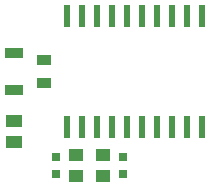
<source format=gtp>
G04 EAGLE Gerber X2 export*
%TF.Part,Single*%
%TF.FileFunction,Paste,Top*%
%TF.FilePolarity,Positive*%
%TF.GenerationSoftware,Autodesk,EAGLE,8.7.0*%
%TF.CreationDate,2018-03-20T01:21:41Z*%
G75*
%MOIN*%
%FSLAX34Y34*%
%LPD*%
%AMOC8*
5,1,8,0,0,1.08239X$1,22.5*%
G01*
%ADD10R,0.062992X0.035433*%
%ADD11R,0.051181X0.035433*%
%ADD12R,0.023622X0.076772*%
%ADD13R,0.055118X0.043307*%
%ADD14R,0.051181X0.043307*%
%ADD15R,0.031496X0.031496*%


D10*
X2375Y6360D03*
X2375Y5140D03*
D11*
X3375Y6124D03*
X3375Y5376D03*
D12*
X6125Y7600D03*
X5625Y7600D03*
X5125Y7600D03*
X4625Y7600D03*
X4125Y7600D03*
X6625Y7600D03*
X7125Y7600D03*
X7625Y7600D03*
X8125Y7600D03*
X8625Y7600D03*
X6125Y3900D03*
X5625Y3900D03*
X5125Y3900D03*
X4625Y3900D03*
X4125Y3900D03*
X6625Y3900D03*
X7125Y3900D03*
X7625Y3900D03*
X8125Y3900D03*
X8625Y3900D03*
D13*
X2375Y4094D03*
X2375Y3406D03*
D14*
X5328Y2271D03*
X4422Y2271D03*
X4422Y2979D03*
X5328Y2979D03*
D15*
X6000Y2330D03*
X6000Y2920D03*
X3750Y2920D03*
X3750Y2330D03*
M02*

</source>
